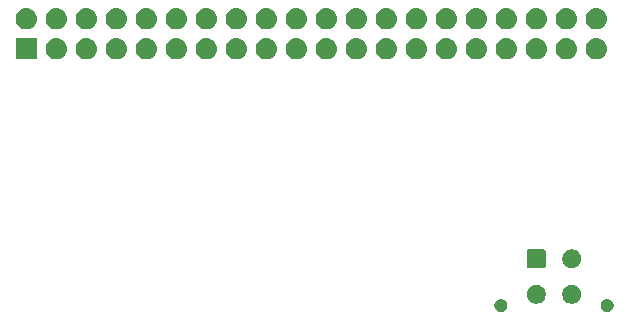
<source format=gbs>
G04 #@! TF.GenerationSoftware,KiCad,Pcbnew,(5.1.4-0-10_14)*
G04 #@! TF.CreationDate,2020-01-14T22:34:08-05:00*
G04 #@! TF.ProjectId,Charging_LCD_Display,43686172-6769-46e6-975f-4c43445f4469,rev?*
G04 #@! TF.SameCoordinates,Original*
G04 #@! TF.FileFunction,Soldermask,Bot*
G04 #@! TF.FilePolarity,Negative*
%FSLAX46Y46*%
G04 Gerber Fmt 4.6, Leading zero omitted, Abs format (unit mm)*
G04 Created by KiCad (PCBNEW (5.1.4-0-10_14)) date 2020-01-14 22:34:08*
%MOMM*%
%LPD*%
G04 APERTURE LIST*
%ADD10C,0.100000*%
G04 APERTURE END LIST*
D10*
G36*
X156020721Y-135236174D02*
G01*
X156120995Y-135277709D01*
X156120996Y-135277710D01*
X156211242Y-135338010D01*
X156287990Y-135414758D01*
X156287991Y-135414760D01*
X156348291Y-135505005D01*
X156389826Y-135605279D01*
X156411000Y-135711730D01*
X156411000Y-135820270D01*
X156389826Y-135926721D01*
X156348291Y-136026995D01*
X156348290Y-136026996D01*
X156287990Y-136117242D01*
X156211242Y-136193990D01*
X156165812Y-136224345D01*
X156120995Y-136254291D01*
X156020721Y-136295826D01*
X155914270Y-136317000D01*
X155805730Y-136317000D01*
X155699279Y-136295826D01*
X155599005Y-136254291D01*
X155554188Y-136224345D01*
X155508758Y-136193990D01*
X155432010Y-136117242D01*
X155371710Y-136026996D01*
X155371709Y-136026995D01*
X155330174Y-135926721D01*
X155309000Y-135820270D01*
X155309000Y-135711730D01*
X155330174Y-135605279D01*
X155371709Y-135505005D01*
X155432009Y-135414760D01*
X155432010Y-135414758D01*
X155508758Y-135338010D01*
X155599004Y-135277710D01*
X155599005Y-135277709D01*
X155699279Y-135236174D01*
X155805730Y-135215000D01*
X155914270Y-135215000D01*
X156020721Y-135236174D01*
X156020721Y-135236174D01*
G37*
G36*
X147020721Y-135236174D02*
G01*
X147120995Y-135277709D01*
X147120996Y-135277710D01*
X147211242Y-135338010D01*
X147287990Y-135414758D01*
X147287991Y-135414760D01*
X147348291Y-135505005D01*
X147389826Y-135605279D01*
X147411000Y-135711730D01*
X147411000Y-135820270D01*
X147389826Y-135926721D01*
X147348291Y-136026995D01*
X147348290Y-136026996D01*
X147287990Y-136117242D01*
X147211242Y-136193990D01*
X147165812Y-136224345D01*
X147120995Y-136254291D01*
X147020721Y-136295826D01*
X146914270Y-136317000D01*
X146805730Y-136317000D01*
X146699279Y-136295826D01*
X146599005Y-136254291D01*
X146554188Y-136224345D01*
X146508758Y-136193990D01*
X146432010Y-136117242D01*
X146371710Y-136026996D01*
X146371709Y-136026995D01*
X146330174Y-135926721D01*
X146309000Y-135820270D01*
X146309000Y-135711730D01*
X146330174Y-135605279D01*
X146371709Y-135505005D01*
X146432009Y-135414760D01*
X146432010Y-135414758D01*
X146508758Y-135338010D01*
X146599004Y-135277710D01*
X146599005Y-135277709D01*
X146699279Y-135236174D01*
X146805730Y-135215000D01*
X146914270Y-135215000D01*
X147020721Y-135236174D01*
X147020721Y-135236174D01*
G37*
G36*
X153093642Y-134055781D02*
G01*
X153239414Y-134116162D01*
X153239416Y-134116163D01*
X153370608Y-134203822D01*
X153482178Y-134315392D01*
X153569837Y-134446584D01*
X153569838Y-134446586D01*
X153630219Y-134592358D01*
X153661000Y-134747107D01*
X153661000Y-134904893D01*
X153630219Y-135059642D01*
X153569838Y-135205414D01*
X153569837Y-135205416D01*
X153482178Y-135336608D01*
X153370608Y-135448178D01*
X153239416Y-135535837D01*
X153239415Y-135535838D01*
X153239414Y-135535838D01*
X153093642Y-135596219D01*
X152938893Y-135627000D01*
X152781107Y-135627000D01*
X152626358Y-135596219D01*
X152480586Y-135535838D01*
X152480585Y-135535838D01*
X152480584Y-135535837D01*
X152349392Y-135448178D01*
X152237822Y-135336608D01*
X152150163Y-135205416D01*
X152150162Y-135205414D01*
X152089781Y-135059642D01*
X152059000Y-134904893D01*
X152059000Y-134747107D01*
X152089781Y-134592358D01*
X152150162Y-134446586D01*
X152150163Y-134446584D01*
X152237822Y-134315392D01*
X152349392Y-134203822D01*
X152480584Y-134116163D01*
X152480586Y-134116162D01*
X152626358Y-134055781D01*
X152781107Y-134025000D01*
X152938893Y-134025000D01*
X153093642Y-134055781D01*
X153093642Y-134055781D01*
G37*
G36*
X150093642Y-134055781D02*
G01*
X150239414Y-134116162D01*
X150239416Y-134116163D01*
X150370608Y-134203822D01*
X150482178Y-134315392D01*
X150569837Y-134446584D01*
X150569838Y-134446586D01*
X150630219Y-134592358D01*
X150661000Y-134747107D01*
X150661000Y-134904893D01*
X150630219Y-135059642D01*
X150569838Y-135205414D01*
X150569837Y-135205416D01*
X150482178Y-135336608D01*
X150370608Y-135448178D01*
X150239416Y-135535837D01*
X150239415Y-135535838D01*
X150239414Y-135535838D01*
X150093642Y-135596219D01*
X149938893Y-135627000D01*
X149781107Y-135627000D01*
X149626358Y-135596219D01*
X149480586Y-135535838D01*
X149480585Y-135535838D01*
X149480584Y-135535837D01*
X149349392Y-135448178D01*
X149237822Y-135336608D01*
X149150163Y-135205416D01*
X149150162Y-135205414D01*
X149089781Y-135059642D01*
X149059000Y-134904893D01*
X149059000Y-134747107D01*
X149089781Y-134592358D01*
X149150162Y-134446586D01*
X149150163Y-134446584D01*
X149237822Y-134315392D01*
X149349392Y-134203822D01*
X149480584Y-134116163D01*
X149480586Y-134116162D01*
X149626358Y-134055781D01*
X149781107Y-134025000D01*
X149938893Y-134025000D01*
X150093642Y-134055781D01*
X150093642Y-134055781D01*
G37*
G36*
X150513048Y-131029122D02*
G01*
X150547387Y-131039539D01*
X150579036Y-131056456D01*
X150606778Y-131079222D01*
X150629544Y-131106964D01*
X150646461Y-131138613D01*
X150656878Y-131172952D01*
X150661000Y-131214807D01*
X150661000Y-132437193D01*
X150656878Y-132479048D01*
X150646461Y-132513387D01*
X150629544Y-132545036D01*
X150606778Y-132572778D01*
X150579036Y-132595544D01*
X150547387Y-132612461D01*
X150513048Y-132622878D01*
X150471193Y-132627000D01*
X149248807Y-132627000D01*
X149206952Y-132622878D01*
X149172613Y-132612461D01*
X149140964Y-132595544D01*
X149113222Y-132572778D01*
X149090456Y-132545036D01*
X149073539Y-132513387D01*
X149063122Y-132479048D01*
X149059000Y-132437193D01*
X149059000Y-131214807D01*
X149063122Y-131172952D01*
X149073539Y-131138613D01*
X149090456Y-131106964D01*
X149113222Y-131079222D01*
X149140964Y-131056456D01*
X149172613Y-131039539D01*
X149206952Y-131029122D01*
X149248807Y-131025000D01*
X150471193Y-131025000D01*
X150513048Y-131029122D01*
X150513048Y-131029122D01*
G37*
G36*
X153093642Y-131055781D02*
G01*
X153217208Y-131106964D01*
X153239416Y-131116163D01*
X153370608Y-131203822D01*
X153482178Y-131315392D01*
X153569837Y-131446584D01*
X153569838Y-131446586D01*
X153630219Y-131592358D01*
X153661000Y-131747107D01*
X153661000Y-131904893D01*
X153630219Y-132059642D01*
X153569838Y-132205414D01*
X153569837Y-132205416D01*
X153482178Y-132336608D01*
X153370608Y-132448178D01*
X153239416Y-132535837D01*
X153239415Y-132535838D01*
X153239414Y-132535838D01*
X153093642Y-132596219D01*
X152938893Y-132627000D01*
X152781107Y-132627000D01*
X152626358Y-132596219D01*
X152480586Y-132535838D01*
X152480585Y-132535838D01*
X152480584Y-132535837D01*
X152349392Y-132448178D01*
X152237822Y-132336608D01*
X152150163Y-132205416D01*
X152150162Y-132205414D01*
X152089781Y-132059642D01*
X152059000Y-131904893D01*
X152059000Y-131747107D01*
X152089781Y-131592358D01*
X152150162Y-131446586D01*
X152150163Y-131446584D01*
X152237822Y-131315392D01*
X152349392Y-131203822D01*
X152480584Y-131116163D01*
X152502792Y-131106964D01*
X152626358Y-131055781D01*
X152781107Y-131025000D01*
X152938893Y-131025000D01*
X153093642Y-131055781D01*
X153093642Y-131055781D01*
G37*
G36*
X139810442Y-113151518D02*
G01*
X139876627Y-113158037D01*
X140046466Y-113209557D01*
X140202991Y-113293222D01*
X140238729Y-113322552D01*
X140340186Y-113405814D01*
X140423448Y-113507271D01*
X140452778Y-113543009D01*
X140536443Y-113699534D01*
X140587963Y-113869373D01*
X140605359Y-114046000D01*
X140587963Y-114222627D01*
X140536443Y-114392466D01*
X140452778Y-114548991D01*
X140423448Y-114584729D01*
X140340186Y-114686186D01*
X140238729Y-114769448D01*
X140202991Y-114798778D01*
X140046466Y-114882443D01*
X139876627Y-114933963D01*
X139810442Y-114940482D01*
X139744260Y-114947000D01*
X139655740Y-114947000D01*
X139589558Y-114940482D01*
X139523373Y-114933963D01*
X139353534Y-114882443D01*
X139197009Y-114798778D01*
X139161271Y-114769448D01*
X139059814Y-114686186D01*
X138976552Y-114584729D01*
X138947222Y-114548991D01*
X138863557Y-114392466D01*
X138812037Y-114222627D01*
X138794641Y-114046000D01*
X138812037Y-113869373D01*
X138863557Y-113699534D01*
X138947222Y-113543009D01*
X138976552Y-113507271D01*
X139059814Y-113405814D01*
X139161271Y-113322552D01*
X139197009Y-113293222D01*
X139353534Y-113209557D01*
X139523373Y-113158037D01*
X139589558Y-113151518D01*
X139655740Y-113145000D01*
X139744260Y-113145000D01*
X139810442Y-113151518D01*
X139810442Y-113151518D01*
G37*
G36*
X137270442Y-113151518D02*
G01*
X137336627Y-113158037D01*
X137506466Y-113209557D01*
X137662991Y-113293222D01*
X137698729Y-113322552D01*
X137800186Y-113405814D01*
X137883448Y-113507271D01*
X137912778Y-113543009D01*
X137996443Y-113699534D01*
X138047963Y-113869373D01*
X138065359Y-114046000D01*
X138047963Y-114222627D01*
X137996443Y-114392466D01*
X137912778Y-114548991D01*
X137883448Y-114584729D01*
X137800186Y-114686186D01*
X137698729Y-114769448D01*
X137662991Y-114798778D01*
X137506466Y-114882443D01*
X137336627Y-114933963D01*
X137270442Y-114940482D01*
X137204260Y-114947000D01*
X137115740Y-114947000D01*
X137049558Y-114940482D01*
X136983373Y-114933963D01*
X136813534Y-114882443D01*
X136657009Y-114798778D01*
X136621271Y-114769448D01*
X136519814Y-114686186D01*
X136436552Y-114584729D01*
X136407222Y-114548991D01*
X136323557Y-114392466D01*
X136272037Y-114222627D01*
X136254641Y-114046000D01*
X136272037Y-113869373D01*
X136323557Y-113699534D01*
X136407222Y-113543009D01*
X136436552Y-113507271D01*
X136519814Y-113405814D01*
X136621271Y-113322552D01*
X136657009Y-113293222D01*
X136813534Y-113209557D01*
X136983373Y-113158037D01*
X137049558Y-113151518D01*
X137115740Y-113145000D01*
X137204260Y-113145000D01*
X137270442Y-113151518D01*
X137270442Y-113151518D01*
G37*
G36*
X134730442Y-113151518D02*
G01*
X134796627Y-113158037D01*
X134966466Y-113209557D01*
X135122991Y-113293222D01*
X135158729Y-113322552D01*
X135260186Y-113405814D01*
X135343448Y-113507271D01*
X135372778Y-113543009D01*
X135456443Y-113699534D01*
X135507963Y-113869373D01*
X135525359Y-114046000D01*
X135507963Y-114222627D01*
X135456443Y-114392466D01*
X135372778Y-114548991D01*
X135343448Y-114584729D01*
X135260186Y-114686186D01*
X135158729Y-114769448D01*
X135122991Y-114798778D01*
X134966466Y-114882443D01*
X134796627Y-114933963D01*
X134730442Y-114940482D01*
X134664260Y-114947000D01*
X134575740Y-114947000D01*
X134509558Y-114940482D01*
X134443373Y-114933963D01*
X134273534Y-114882443D01*
X134117009Y-114798778D01*
X134081271Y-114769448D01*
X133979814Y-114686186D01*
X133896552Y-114584729D01*
X133867222Y-114548991D01*
X133783557Y-114392466D01*
X133732037Y-114222627D01*
X133714641Y-114046000D01*
X133732037Y-113869373D01*
X133783557Y-113699534D01*
X133867222Y-113543009D01*
X133896552Y-113507271D01*
X133979814Y-113405814D01*
X134081271Y-113322552D01*
X134117009Y-113293222D01*
X134273534Y-113209557D01*
X134443373Y-113158037D01*
X134509558Y-113151518D01*
X134575740Y-113145000D01*
X134664260Y-113145000D01*
X134730442Y-113151518D01*
X134730442Y-113151518D01*
G37*
G36*
X132190442Y-113151518D02*
G01*
X132256627Y-113158037D01*
X132426466Y-113209557D01*
X132582991Y-113293222D01*
X132618729Y-113322552D01*
X132720186Y-113405814D01*
X132803448Y-113507271D01*
X132832778Y-113543009D01*
X132916443Y-113699534D01*
X132967963Y-113869373D01*
X132985359Y-114046000D01*
X132967963Y-114222627D01*
X132916443Y-114392466D01*
X132832778Y-114548991D01*
X132803448Y-114584729D01*
X132720186Y-114686186D01*
X132618729Y-114769448D01*
X132582991Y-114798778D01*
X132426466Y-114882443D01*
X132256627Y-114933963D01*
X132190442Y-114940482D01*
X132124260Y-114947000D01*
X132035740Y-114947000D01*
X131969558Y-114940482D01*
X131903373Y-114933963D01*
X131733534Y-114882443D01*
X131577009Y-114798778D01*
X131541271Y-114769448D01*
X131439814Y-114686186D01*
X131356552Y-114584729D01*
X131327222Y-114548991D01*
X131243557Y-114392466D01*
X131192037Y-114222627D01*
X131174641Y-114046000D01*
X131192037Y-113869373D01*
X131243557Y-113699534D01*
X131327222Y-113543009D01*
X131356552Y-113507271D01*
X131439814Y-113405814D01*
X131541271Y-113322552D01*
X131577009Y-113293222D01*
X131733534Y-113209557D01*
X131903373Y-113158037D01*
X131969558Y-113151518D01*
X132035740Y-113145000D01*
X132124260Y-113145000D01*
X132190442Y-113151518D01*
X132190442Y-113151518D01*
G37*
G36*
X129650442Y-113151518D02*
G01*
X129716627Y-113158037D01*
X129886466Y-113209557D01*
X130042991Y-113293222D01*
X130078729Y-113322552D01*
X130180186Y-113405814D01*
X130263448Y-113507271D01*
X130292778Y-113543009D01*
X130376443Y-113699534D01*
X130427963Y-113869373D01*
X130445359Y-114046000D01*
X130427963Y-114222627D01*
X130376443Y-114392466D01*
X130292778Y-114548991D01*
X130263448Y-114584729D01*
X130180186Y-114686186D01*
X130078729Y-114769448D01*
X130042991Y-114798778D01*
X129886466Y-114882443D01*
X129716627Y-114933963D01*
X129650442Y-114940482D01*
X129584260Y-114947000D01*
X129495740Y-114947000D01*
X129429558Y-114940482D01*
X129363373Y-114933963D01*
X129193534Y-114882443D01*
X129037009Y-114798778D01*
X129001271Y-114769448D01*
X128899814Y-114686186D01*
X128816552Y-114584729D01*
X128787222Y-114548991D01*
X128703557Y-114392466D01*
X128652037Y-114222627D01*
X128634641Y-114046000D01*
X128652037Y-113869373D01*
X128703557Y-113699534D01*
X128787222Y-113543009D01*
X128816552Y-113507271D01*
X128899814Y-113405814D01*
X129001271Y-113322552D01*
X129037009Y-113293222D01*
X129193534Y-113209557D01*
X129363373Y-113158037D01*
X129429558Y-113151518D01*
X129495740Y-113145000D01*
X129584260Y-113145000D01*
X129650442Y-113151518D01*
X129650442Y-113151518D01*
G37*
G36*
X127110442Y-113151518D02*
G01*
X127176627Y-113158037D01*
X127346466Y-113209557D01*
X127502991Y-113293222D01*
X127538729Y-113322552D01*
X127640186Y-113405814D01*
X127723448Y-113507271D01*
X127752778Y-113543009D01*
X127836443Y-113699534D01*
X127887963Y-113869373D01*
X127905359Y-114046000D01*
X127887963Y-114222627D01*
X127836443Y-114392466D01*
X127752778Y-114548991D01*
X127723448Y-114584729D01*
X127640186Y-114686186D01*
X127538729Y-114769448D01*
X127502991Y-114798778D01*
X127346466Y-114882443D01*
X127176627Y-114933963D01*
X127110442Y-114940482D01*
X127044260Y-114947000D01*
X126955740Y-114947000D01*
X126889558Y-114940482D01*
X126823373Y-114933963D01*
X126653534Y-114882443D01*
X126497009Y-114798778D01*
X126461271Y-114769448D01*
X126359814Y-114686186D01*
X126276552Y-114584729D01*
X126247222Y-114548991D01*
X126163557Y-114392466D01*
X126112037Y-114222627D01*
X126094641Y-114046000D01*
X126112037Y-113869373D01*
X126163557Y-113699534D01*
X126247222Y-113543009D01*
X126276552Y-113507271D01*
X126359814Y-113405814D01*
X126461271Y-113322552D01*
X126497009Y-113293222D01*
X126653534Y-113209557D01*
X126823373Y-113158037D01*
X126889558Y-113151518D01*
X126955740Y-113145000D01*
X127044260Y-113145000D01*
X127110442Y-113151518D01*
X127110442Y-113151518D01*
G37*
G36*
X124570442Y-113151518D02*
G01*
X124636627Y-113158037D01*
X124806466Y-113209557D01*
X124962991Y-113293222D01*
X124998729Y-113322552D01*
X125100186Y-113405814D01*
X125183448Y-113507271D01*
X125212778Y-113543009D01*
X125296443Y-113699534D01*
X125347963Y-113869373D01*
X125365359Y-114046000D01*
X125347963Y-114222627D01*
X125296443Y-114392466D01*
X125212778Y-114548991D01*
X125183448Y-114584729D01*
X125100186Y-114686186D01*
X124998729Y-114769448D01*
X124962991Y-114798778D01*
X124806466Y-114882443D01*
X124636627Y-114933963D01*
X124570442Y-114940482D01*
X124504260Y-114947000D01*
X124415740Y-114947000D01*
X124349558Y-114940482D01*
X124283373Y-114933963D01*
X124113534Y-114882443D01*
X123957009Y-114798778D01*
X123921271Y-114769448D01*
X123819814Y-114686186D01*
X123736552Y-114584729D01*
X123707222Y-114548991D01*
X123623557Y-114392466D01*
X123572037Y-114222627D01*
X123554641Y-114046000D01*
X123572037Y-113869373D01*
X123623557Y-113699534D01*
X123707222Y-113543009D01*
X123736552Y-113507271D01*
X123819814Y-113405814D01*
X123921271Y-113322552D01*
X123957009Y-113293222D01*
X124113534Y-113209557D01*
X124283373Y-113158037D01*
X124349558Y-113151518D01*
X124415740Y-113145000D01*
X124504260Y-113145000D01*
X124570442Y-113151518D01*
X124570442Y-113151518D01*
G37*
G36*
X122030442Y-113151518D02*
G01*
X122096627Y-113158037D01*
X122266466Y-113209557D01*
X122422991Y-113293222D01*
X122458729Y-113322552D01*
X122560186Y-113405814D01*
X122643448Y-113507271D01*
X122672778Y-113543009D01*
X122756443Y-113699534D01*
X122807963Y-113869373D01*
X122825359Y-114046000D01*
X122807963Y-114222627D01*
X122756443Y-114392466D01*
X122672778Y-114548991D01*
X122643448Y-114584729D01*
X122560186Y-114686186D01*
X122458729Y-114769448D01*
X122422991Y-114798778D01*
X122266466Y-114882443D01*
X122096627Y-114933963D01*
X122030442Y-114940482D01*
X121964260Y-114947000D01*
X121875740Y-114947000D01*
X121809558Y-114940482D01*
X121743373Y-114933963D01*
X121573534Y-114882443D01*
X121417009Y-114798778D01*
X121381271Y-114769448D01*
X121279814Y-114686186D01*
X121196552Y-114584729D01*
X121167222Y-114548991D01*
X121083557Y-114392466D01*
X121032037Y-114222627D01*
X121014641Y-114046000D01*
X121032037Y-113869373D01*
X121083557Y-113699534D01*
X121167222Y-113543009D01*
X121196552Y-113507271D01*
X121279814Y-113405814D01*
X121381271Y-113322552D01*
X121417009Y-113293222D01*
X121573534Y-113209557D01*
X121743373Y-113158037D01*
X121809558Y-113151518D01*
X121875740Y-113145000D01*
X121964260Y-113145000D01*
X122030442Y-113151518D01*
X122030442Y-113151518D01*
G37*
G36*
X119490442Y-113151518D02*
G01*
X119556627Y-113158037D01*
X119726466Y-113209557D01*
X119882991Y-113293222D01*
X119918729Y-113322552D01*
X120020186Y-113405814D01*
X120103448Y-113507271D01*
X120132778Y-113543009D01*
X120216443Y-113699534D01*
X120267963Y-113869373D01*
X120285359Y-114046000D01*
X120267963Y-114222627D01*
X120216443Y-114392466D01*
X120132778Y-114548991D01*
X120103448Y-114584729D01*
X120020186Y-114686186D01*
X119918729Y-114769448D01*
X119882991Y-114798778D01*
X119726466Y-114882443D01*
X119556627Y-114933963D01*
X119490442Y-114940482D01*
X119424260Y-114947000D01*
X119335740Y-114947000D01*
X119269558Y-114940482D01*
X119203373Y-114933963D01*
X119033534Y-114882443D01*
X118877009Y-114798778D01*
X118841271Y-114769448D01*
X118739814Y-114686186D01*
X118656552Y-114584729D01*
X118627222Y-114548991D01*
X118543557Y-114392466D01*
X118492037Y-114222627D01*
X118474641Y-114046000D01*
X118492037Y-113869373D01*
X118543557Y-113699534D01*
X118627222Y-113543009D01*
X118656552Y-113507271D01*
X118739814Y-113405814D01*
X118841271Y-113322552D01*
X118877009Y-113293222D01*
X119033534Y-113209557D01*
X119203373Y-113158037D01*
X119269558Y-113151518D01*
X119335740Y-113145000D01*
X119424260Y-113145000D01*
X119490442Y-113151518D01*
X119490442Y-113151518D01*
G37*
G36*
X116950442Y-113151518D02*
G01*
X117016627Y-113158037D01*
X117186466Y-113209557D01*
X117342991Y-113293222D01*
X117378729Y-113322552D01*
X117480186Y-113405814D01*
X117563448Y-113507271D01*
X117592778Y-113543009D01*
X117676443Y-113699534D01*
X117727963Y-113869373D01*
X117745359Y-114046000D01*
X117727963Y-114222627D01*
X117676443Y-114392466D01*
X117592778Y-114548991D01*
X117563448Y-114584729D01*
X117480186Y-114686186D01*
X117378729Y-114769448D01*
X117342991Y-114798778D01*
X117186466Y-114882443D01*
X117016627Y-114933963D01*
X116950442Y-114940482D01*
X116884260Y-114947000D01*
X116795740Y-114947000D01*
X116729558Y-114940482D01*
X116663373Y-114933963D01*
X116493534Y-114882443D01*
X116337009Y-114798778D01*
X116301271Y-114769448D01*
X116199814Y-114686186D01*
X116116552Y-114584729D01*
X116087222Y-114548991D01*
X116003557Y-114392466D01*
X115952037Y-114222627D01*
X115934641Y-114046000D01*
X115952037Y-113869373D01*
X116003557Y-113699534D01*
X116087222Y-113543009D01*
X116116552Y-113507271D01*
X116199814Y-113405814D01*
X116301271Y-113322552D01*
X116337009Y-113293222D01*
X116493534Y-113209557D01*
X116663373Y-113158037D01*
X116729558Y-113151518D01*
X116795740Y-113145000D01*
X116884260Y-113145000D01*
X116950442Y-113151518D01*
X116950442Y-113151518D01*
G37*
G36*
X114410442Y-113151518D02*
G01*
X114476627Y-113158037D01*
X114646466Y-113209557D01*
X114802991Y-113293222D01*
X114838729Y-113322552D01*
X114940186Y-113405814D01*
X115023448Y-113507271D01*
X115052778Y-113543009D01*
X115136443Y-113699534D01*
X115187963Y-113869373D01*
X115205359Y-114046000D01*
X115187963Y-114222627D01*
X115136443Y-114392466D01*
X115052778Y-114548991D01*
X115023448Y-114584729D01*
X114940186Y-114686186D01*
X114838729Y-114769448D01*
X114802991Y-114798778D01*
X114646466Y-114882443D01*
X114476627Y-114933963D01*
X114410442Y-114940482D01*
X114344260Y-114947000D01*
X114255740Y-114947000D01*
X114189558Y-114940482D01*
X114123373Y-114933963D01*
X113953534Y-114882443D01*
X113797009Y-114798778D01*
X113761271Y-114769448D01*
X113659814Y-114686186D01*
X113576552Y-114584729D01*
X113547222Y-114548991D01*
X113463557Y-114392466D01*
X113412037Y-114222627D01*
X113394641Y-114046000D01*
X113412037Y-113869373D01*
X113463557Y-113699534D01*
X113547222Y-113543009D01*
X113576552Y-113507271D01*
X113659814Y-113405814D01*
X113761271Y-113322552D01*
X113797009Y-113293222D01*
X113953534Y-113209557D01*
X114123373Y-113158037D01*
X114189558Y-113151518D01*
X114255740Y-113145000D01*
X114344260Y-113145000D01*
X114410442Y-113151518D01*
X114410442Y-113151518D01*
G37*
G36*
X111870442Y-113151518D02*
G01*
X111936627Y-113158037D01*
X112106466Y-113209557D01*
X112262991Y-113293222D01*
X112298729Y-113322552D01*
X112400186Y-113405814D01*
X112483448Y-113507271D01*
X112512778Y-113543009D01*
X112596443Y-113699534D01*
X112647963Y-113869373D01*
X112665359Y-114046000D01*
X112647963Y-114222627D01*
X112596443Y-114392466D01*
X112512778Y-114548991D01*
X112483448Y-114584729D01*
X112400186Y-114686186D01*
X112298729Y-114769448D01*
X112262991Y-114798778D01*
X112106466Y-114882443D01*
X111936627Y-114933963D01*
X111870442Y-114940482D01*
X111804260Y-114947000D01*
X111715740Y-114947000D01*
X111649558Y-114940482D01*
X111583373Y-114933963D01*
X111413534Y-114882443D01*
X111257009Y-114798778D01*
X111221271Y-114769448D01*
X111119814Y-114686186D01*
X111036552Y-114584729D01*
X111007222Y-114548991D01*
X110923557Y-114392466D01*
X110872037Y-114222627D01*
X110854641Y-114046000D01*
X110872037Y-113869373D01*
X110923557Y-113699534D01*
X111007222Y-113543009D01*
X111036552Y-113507271D01*
X111119814Y-113405814D01*
X111221271Y-113322552D01*
X111257009Y-113293222D01*
X111413534Y-113209557D01*
X111583373Y-113158037D01*
X111649558Y-113151518D01*
X111715740Y-113145000D01*
X111804260Y-113145000D01*
X111870442Y-113151518D01*
X111870442Y-113151518D01*
G37*
G36*
X109330442Y-113151518D02*
G01*
X109396627Y-113158037D01*
X109566466Y-113209557D01*
X109722991Y-113293222D01*
X109758729Y-113322552D01*
X109860186Y-113405814D01*
X109943448Y-113507271D01*
X109972778Y-113543009D01*
X110056443Y-113699534D01*
X110107963Y-113869373D01*
X110125359Y-114046000D01*
X110107963Y-114222627D01*
X110056443Y-114392466D01*
X109972778Y-114548991D01*
X109943448Y-114584729D01*
X109860186Y-114686186D01*
X109758729Y-114769448D01*
X109722991Y-114798778D01*
X109566466Y-114882443D01*
X109396627Y-114933963D01*
X109330442Y-114940482D01*
X109264260Y-114947000D01*
X109175740Y-114947000D01*
X109109558Y-114940482D01*
X109043373Y-114933963D01*
X108873534Y-114882443D01*
X108717009Y-114798778D01*
X108681271Y-114769448D01*
X108579814Y-114686186D01*
X108496552Y-114584729D01*
X108467222Y-114548991D01*
X108383557Y-114392466D01*
X108332037Y-114222627D01*
X108314641Y-114046000D01*
X108332037Y-113869373D01*
X108383557Y-113699534D01*
X108467222Y-113543009D01*
X108496552Y-113507271D01*
X108579814Y-113405814D01*
X108681271Y-113322552D01*
X108717009Y-113293222D01*
X108873534Y-113209557D01*
X109043373Y-113158037D01*
X109109558Y-113151518D01*
X109175740Y-113145000D01*
X109264260Y-113145000D01*
X109330442Y-113151518D01*
X109330442Y-113151518D01*
G37*
G36*
X107581000Y-114947000D02*
G01*
X105779000Y-114947000D01*
X105779000Y-113145000D01*
X107581000Y-113145000D01*
X107581000Y-114947000D01*
X107581000Y-114947000D01*
G37*
G36*
X155050442Y-113151518D02*
G01*
X155116627Y-113158037D01*
X155286466Y-113209557D01*
X155442991Y-113293222D01*
X155478729Y-113322552D01*
X155580186Y-113405814D01*
X155663448Y-113507271D01*
X155692778Y-113543009D01*
X155776443Y-113699534D01*
X155827963Y-113869373D01*
X155845359Y-114046000D01*
X155827963Y-114222627D01*
X155776443Y-114392466D01*
X155692778Y-114548991D01*
X155663448Y-114584729D01*
X155580186Y-114686186D01*
X155478729Y-114769448D01*
X155442991Y-114798778D01*
X155286466Y-114882443D01*
X155116627Y-114933963D01*
X155050442Y-114940482D01*
X154984260Y-114947000D01*
X154895740Y-114947000D01*
X154829558Y-114940482D01*
X154763373Y-114933963D01*
X154593534Y-114882443D01*
X154437009Y-114798778D01*
X154401271Y-114769448D01*
X154299814Y-114686186D01*
X154216552Y-114584729D01*
X154187222Y-114548991D01*
X154103557Y-114392466D01*
X154052037Y-114222627D01*
X154034641Y-114046000D01*
X154052037Y-113869373D01*
X154103557Y-113699534D01*
X154187222Y-113543009D01*
X154216552Y-113507271D01*
X154299814Y-113405814D01*
X154401271Y-113322552D01*
X154437009Y-113293222D01*
X154593534Y-113209557D01*
X154763373Y-113158037D01*
X154829558Y-113151518D01*
X154895740Y-113145000D01*
X154984260Y-113145000D01*
X155050442Y-113151518D01*
X155050442Y-113151518D01*
G37*
G36*
X152510442Y-113151518D02*
G01*
X152576627Y-113158037D01*
X152746466Y-113209557D01*
X152902991Y-113293222D01*
X152938729Y-113322552D01*
X153040186Y-113405814D01*
X153123448Y-113507271D01*
X153152778Y-113543009D01*
X153236443Y-113699534D01*
X153287963Y-113869373D01*
X153305359Y-114046000D01*
X153287963Y-114222627D01*
X153236443Y-114392466D01*
X153152778Y-114548991D01*
X153123448Y-114584729D01*
X153040186Y-114686186D01*
X152938729Y-114769448D01*
X152902991Y-114798778D01*
X152746466Y-114882443D01*
X152576627Y-114933963D01*
X152510442Y-114940482D01*
X152444260Y-114947000D01*
X152355740Y-114947000D01*
X152289558Y-114940482D01*
X152223373Y-114933963D01*
X152053534Y-114882443D01*
X151897009Y-114798778D01*
X151861271Y-114769448D01*
X151759814Y-114686186D01*
X151676552Y-114584729D01*
X151647222Y-114548991D01*
X151563557Y-114392466D01*
X151512037Y-114222627D01*
X151494641Y-114046000D01*
X151512037Y-113869373D01*
X151563557Y-113699534D01*
X151647222Y-113543009D01*
X151676552Y-113507271D01*
X151759814Y-113405814D01*
X151861271Y-113322552D01*
X151897009Y-113293222D01*
X152053534Y-113209557D01*
X152223373Y-113158037D01*
X152289558Y-113151518D01*
X152355740Y-113145000D01*
X152444260Y-113145000D01*
X152510442Y-113151518D01*
X152510442Y-113151518D01*
G37*
G36*
X149970442Y-113151518D02*
G01*
X150036627Y-113158037D01*
X150206466Y-113209557D01*
X150362991Y-113293222D01*
X150398729Y-113322552D01*
X150500186Y-113405814D01*
X150583448Y-113507271D01*
X150612778Y-113543009D01*
X150696443Y-113699534D01*
X150747963Y-113869373D01*
X150765359Y-114046000D01*
X150747963Y-114222627D01*
X150696443Y-114392466D01*
X150612778Y-114548991D01*
X150583448Y-114584729D01*
X150500186Y-114686186D01*
X150398729Y-114769448D01*
X150362991Y-114798778D01*
X150206466Y-114882443D01*
X150036627Y-114933963D01*
X149970442Y-114940482D01*
X149904260Y-114947000D01*
X149815740Y-114947000D01*
X149749558Y-114940482D01*
X149683373Y-114933963D01*
X149513534Y-114882443D01*
X149357009Y-114798778D01*
X149321271Y-114769448D01*
X149219814Y-114686186D01*
X149136552Y-114584729D01*
X149107222Y-114548991D01*
X149023557Y-114392466D01*
X148972037Y-114222627D01*
X148954641Y-114046000D01*
X148972037Y-113869373D01*
X149023557Y-113699534D01*
X149107222Y-113543009D01*
X149136552Y-113507271D01*
X149219814Y-113405814D01*
X149321271Y-113322552D01*
X149357009Y-113293222D01*
X149513534Y-113209557D01*
X149683373Y-113158037D01*
X149749558Y-113151518D01*
X149815740Y-113145000D01*
X149904260Y-113145000D01*
X149970442Y-113151518D01*
X149970442Y-113151518D01*
G37*
G36*
X147430442Y-113151518D02*
G01*
X147496627Y-113158037D01*
X147666466Y-113209557D01*
X147822991Y-113293222D01*
X147858729Y-113322552D01*
X147960186Y-113405814D01*
X148043448Y-113507271D01*
X148072778Y-113543009D01*
X148156443Y-113699534D01*
X148207963Y-113869373D01*
X148225359Y-114046000D01*
X148207963Y-114222627D01*
X148156443Y-114392466D01*
X148072778Y-114548991D01*
X148043448Y-114584729D01*
X147960186Y-114686186D01*
X147858729Y-114769448D01*
X147822991Y-114798778D01*
X147666466Y-114882443D01*
X147496627Y-114933963D01*
X147430442Y-114940482D01*
X147364260Y-114947000D01*
X147275740Y-114947000D01*
X147209558Y-114940482D01*
X147143373Y-114933963D01*
X146973534Y-114882443D01*
X146817009Y-114798778D01*
X146781271Y-114769448D01*
X146679814Y-114686186D01*
X146596552Y-114584729D01*
X146567222Y-114548991D01*
X146483557Y-114392466D01*
X146432037Y-114222627D01*
X146414641Y-114046000D01*
X146432037Y-113869373D01*
X146483557Y-113699534D01*
X146567222Y-113543009D01*
X146596552Y-113507271D01*
X146679814Y-113405814D01*
X146781271Y-113322552D01*
X146817009Y-113293222D01*
X146973534Y-113209557D01*
X147143373Y-113158037D01*
X147209558Y-113151518D01*
X147275740Y-113145000D01*
X147364260Y-113145000D01*
X147430442Y-113151518D01*
X147430442Y-113151518D01*
G37*
G36*
X144890442Y-113151518D02*
G01*
X144956627Y-113158037D01*
X145126466Y-113209557D01*
X145282991Y-113293222D01*
X145318729Y-113322552D01*
X145420186Y-113405814D01*
X145503448Y-113507271D01*
X145532778Y-113543009D01*
X145616443Y-113699534D01*
X145667963Y-113869373D01*
X145685359Y-114046000D01*
X145667963Y-114222627D01*
X145616443Y-114392466D01*
X145532778Y-114548991D01*
X145503448Y-114584729D01*
X145420186Y-114686186D01*
X145318729Y-114769448D01*
X145282991Y-114798778D01*
X145126466Y-114882443D01*
X144956627Y-114933963D01*
X144890442Y-114940482D01*
X144824260Y-114947000D01*
X144735740Y-114947000D01*
X144669558Y-114940482D01*
X144603373Y-114933963D01*
X144433534Y-114882443D01*
X144277009Y-114798778D01*
X144241271Y-114769448D01*
X144139814Y-114686186D01*
X144056552Y-114584729D01*
X144027222Y-114548991D01*
X143943557Y-114392466D01*
X143892037Y-114222627D01*
X143874641Y-114046000D01*
X143892037Y-113869373D01*
X143943557Y-113699534D01*
X144027222Y-113543009D01*
X144056552Y-113507271D01*
X144139814Y-113405814D01*
X144241271Y-113322552D01*
X144277009Y-113293222D01*
X144433534Y-113209557D01*
X144603373Y-113158037D01*
X144669558Y-113151518D01*
X144735740Y-113145000D01*
X144824260Y-113145000D01*
X144890442Y-113151518D01*
X144890442Y-113151518D01*
G37*
G36*
X142350442Y-113151518D02*
G01*
X142416627Y-113158037D01*
X142586466Y-113209557D01*
X142742991Y-113293222D01*
X142778729Y-113322552D01*
X142880186Y-113405814D01*
X142963448Y-113507271D01*
X142992778Y-113543009D01*
X143076443Y-113699534D01*
X143127963Y-113869373D01*
X143145359Y-114046000D01*
X143127963Y-114222627D01*
X143076443Y-114392466D01*
X142992778Y-114548991D01*
X142963448Y-114584729D01*
X142880186Y-114686186D01*
X142778729Y-114769448D01*
X142742991Y-114798778D01*
X142586466Y-114882443D01*
X142416627Y-114933963D01*
X142350442Y-114940482D01*
X142284260Y-114947000D01*
X142195740Y-114947000D01*
X142129558Y-114940482D01*
X142063373Y-114933963D01*
X141893534Y-114882443D01*
X141737009Y-114798778D01*
X141701271Y-114769448D01*
X141599814Y-114686186D01*
X141516552Y-114584729D01*
X141487222Y-114548991D01*
X141403557Y-114392466D01*
X141352037Y-114222627D01*
X141334641Y-114046000D01*
X141352037Y-113869373D01*
X141403557Y-113699534D01*
X141487222Y-113543009D01*
X141516552Y-113507271D01*
X141599814Y-113405814D01*
X141701271Y-113322552D01*
X141737009Y-113293222D01*
X141893534Y-113209557D01*
X142063373Y-113158037D01*
X142129558Y-113151518D01*
X142195740Y-113145000D01*
X142284260Y-113145000D01*
X142350442Y-113151518D01*
X142350442Y-113151518D01*
G37*
G36*
X111870443Y-110611519D02*
G01*
X111936627Y-110618037D01*
X112106466Y-110669557D01*
X112262991Y-110753222D01*
X112298729Y-110782552D01*
X112400186Y-110865814D01*
X112483448Y-110967271D01*
X112512778Y-111003009D01*
X112596443Y-111159534D01*
X112647963Y-111329373D01*
X112665359Y-111506000D01*
X112647963Y-111682627D01*
X112596443Y-111852466D01*
X112512778Y-112008991D01*
X112483448Y-112044729D01*
X112400186Y-112146186D01*
X112298729Y-112229448D01*
X112262991Y-112258778D01*
X112106466Y-112342443D01*
X111936627Y-112393963D01*
X111870443Y-112400481D01*
X111804260Y-112407000D01*
X111715740Y-112407000D01*
X111649557Y-112400481D01*
X111583373Y-112393963D01*
X111413534Y-112342443D01*
X111257009Y-112258778D01*
X111221271Y-112229448D01*
X111119814Y-112146186D01*
X111036552Y-112044729D01*
X111007222Y-112008991D01*
X110923557Y-111852466D01*
X110872037Y-111682627D01*
X110854641Y-111506000D01*
X110872037Y-111329373D01*
X110923557Y-111159534D01*
X111007222Y-111003009D01*
X111036552Y-110967271D01*
X111119814Y-110865814D01*
X111221271Y-110782552D01*
X111257009Y-110753222D01*
X111413534Y-110669557D01*
X111583373Y-110618037D01*
X111649557Y-110611519D01*
X111715740Y-110605000D01*
X111804260Y-110605000D01*
X111870443Y-110611519D01*
X111870443Y-110611519D01*
G37*
G36*
X114410443Y-110611519D02*
G01*
X114476627Y-110618037D01*
X114646466Y-110669557D01*
X114802991Y-110753222D01*
X114838729Y-110782552D01*
X114940186Y-110865814D01*
X115023448Y-110967271D01*
X115052778Y-111003009D01*
X115136443Y-111159534D01*
X115187963Y-111329373D01*
X115205359Y-111506000D01*
X115187963Y-111682627D01*
X115136443Y-111852466D01*
X115052778Y-112008991D01*
X115023448Y-112044729D01*
X114940186Y-112146186D01*
X114838729Y-112229448D01*
X114802991Y-112258778D01*
X114646466Y-112342443D01*
X114476627Y-112393963D01*
X114410443Y-112400481D01*
X114344260Y-112407000D01*
X114255740Y-112407000D01*
X114189557Y-112400481D01*
X114123373Y-112393963D01*
X113953534Y-112342443D01*
X113797009Y-112258778D01*
X113761271Y-112229448D01*
X113659814Y-112146186D01*
X113576552Y-112044729D01*
X113547222Y-112008991D01*
X113463557Y-111852466D01*
X113412037Y-111682627D01*
X113394641Y-111506000D01*
X113412037Y-111329373D01*
X113463557Y-111159534D01*
X113547222Y-111003009D01*
X113576552Y-110967271D01*
X113659814Y-110865814D01*
X113761271Y-110782552D01*
X113797009Y-110753222D01*
X113953534Y-110669557D01*
X114123373Y-110618037D01*
X114189557Y-110611519D01*
X114255740Y-110605000D01*
X114344260Y-110605000D01*
X114410443Y-110611519D01*
X114410443Y-110611519D01*
G37*
G36*
X109330443Y-110611519D02*
G01*
X109396627Y-110618037D01*
X109566466Y-110669557D01*
X109722991Y-110753222D01*
X109758729Y-110782552D01*
X109860186Y-110865814D01*
X109943448Y-110967271D01*
X109972778Y-111003009D01*
X110056443Y-111159534D01*
X110107963Y-111329373D01*
X110125359Y-111506000D01*
X110107963Y-111682627D01*
X110056443Y-111852466D01*
X109972778Y-112008991D01*
X109943448Y-112044729D01*
X109860186Y-112146186D01*
X109758729Y-112229448D01*
X109722991Y-112258778D01*
X109566466Y-112342443D01*
X109396627Y-112393963D01*
X109330443Y-112400481D01*
X109264260Y-112407000D01*
X109175740Y-112407000D01*
X109109557Y-112400481D01*
X109043373Y-112393963D01*
X108873534Y-112342443D01*
X108717009Y-112258778D01*
X108681271Y-112229448D01*
X108579814Y-112146186D01*
X108496552Y-112044729D01*
X108467222Y-112008991D01*
X108383557Y-111852466D01*
X108332037Y-111682627D01*
X108314641Y-111506000D01*
X108332037Y-111329373D01*
X108383557Y-111159534D01*
X108467222Y-111003009D01*
X108496552Y-110967271D01*
X108579814Y-110865814D01*
X108681271Y-110782552D01*
X108717009Y-110753222D01*
X108873534Y-110669557D01*
X109043373Y-110618037D01*
X109109557Y-110611519D01*
X109175740Y-110605000D01*
X109264260Y-110605000D01*
X109330443Y-110611519D01*
X109330443Y-110611519D01*
G37*
G36*
X116950443Y-110611519D02*
G01*
X117016627Y-110618037D01*
X117186466Y-110669557D01*
X117342991Y-110753222D01*
X117378729Y-110782552D01*
X117480186Y-110865814D01*
X117563448Y-110967271D01*
X117592778Y-111003009D01*
X117676443Y-111159534D01*
X117727963Y-111329373D01*
X117745359Y-111506000D01*
X117727963Y-111682627D01*
X117676443Y-111852466D01*
X117592778Y-112008991D01*
X117563448Y-112044729D01*
X117480186Y-112146186D01*
X117378729Y-112229448D01*
X117342991Y-112258778D01*
X117186466Y-112342443D01*
X117016627Y-112393963D01*
X116950443Y-112400481D01*
X116884260Y-112407000D01*
X116795740Y-112407000D01*
X116729557Y-112400481D01*
X116663373Y-112393963D01*
X116493534Y-112342443D01*
X116337009Y-112258778D01*
X116301271Y-112229448D01*
X116199814Y-112146186D01*
X116116552Y-112044729D01*
X116087222Y-112008991D01*
X116003557Y-111852466D01*
X115952037Y-111682627D01*
X115934641Y-111506000D01*
X115952037Y-111329373D01*
X116003557Y-111159534D01*
X116087222Y-111003009D01*
X116116552Y-110967271D01*
X116199814Y-110865814D01*
X116301271Y-110782552D01*
X116337009Y-110753222D01*
X116493534Y-110669557D01*
X116663373Y-110618037D01*
X116729557Y-110611519D01*
X116795740Y-110605000D01*
X116884260Y-110605000D01*
X116950443Y-110611519D01*
X116950443Y-110611519D01*
G37*
G36*
X106790443Y-110611519D02*
G01*
X106856627Y-110618037D01*
X107026466Y-110669557D01*
X107182991Y-110753222D01*
X107218729Y-110782552D01*
X107320186Y-110865814D01*
X107403448Y-110967271D01*
X107432778Y-111003009D01*
X107516443Y-111159534D01*
X107567963Y-111329373D01*
X107585359Y-111506000D01*
X107567963Y-111682627D01*
X107516443Y-111852466D01*
X107432778Y-112008991D01*
X107403448Y-112044729D01*
X107320186Y-112146186D01*
X107218729Y-112229448D01*
X107182991Y-112258778D01*
X107026466Y-112342443D01*
X106856627Y-112393963D01*
X106790443Y-112400481D01*
X106724260Y-112407000D01*
X106635740Y-112407000D01*
X106569557Y-112400481D01*
X106503373Y-112393963D01*
X106333534Y-112342443D01*
X106177009Y-112258778D01*
X106141271Y-112229448D01*
X106039814Y-112146186D01*
X105956552Y-112044729D01*
X105927222Y-112008991D01*
X105843557Y-111852466D01*
X105792037Y-111682627D01*
X105774641Y-111506000D01*
X105792037Y-111329373D01*
X105843557Y-111159534D01*
X105927222Y-111003009D01*
X105956552Y-110967271D01*
X106039814Y-110865814D01*
X106141271Y-110782552D01*
X106177009Y-110753222D01*
X106333534Y-110669557D01*
X106503373Y-110618037D01*
X106569557Y-110611519D01*
X106635740Y-110605000D01*
X106724260Y-110605000D01*
X106790443Y-110611519D01*
X106790443Y-110611519D01*
G37*
G36*
X119490443Y-110611519D02*
G01*
X119556627Y-110618037D01*
X119726466Y-110669557D01*
X119882991Y-110753222D01*
X119918729Y-110782552D01*
X120020186Y-110865814D01*
X120103448Y-110967271D01*
X120132778Y-111003009D01*
X120216443Y-111159534D01*
X120267963Y-111329373D01*
X120285359Y-111506000D01*
X120267963Y-111682627D01*
X120216443Y-111852466D01*
X120132778Y-112008991D01*
X120103448Y-112044729D01*
X120020186Y-112146186D01*
X119918729Y-112229448D01*
X119882991Y-112258778D01*
X119726466Y-112342443D01*
X119556627Y-112393963D01*
X119490443Y-112400481D01*
X119424260Y-112407000D01*
X119335740Y-112407000D01*
X119269557Y-112400481D01*
X119203373Y-112393963D01*
X119033534Y-112342443D01*
X118877009Y-112258778D01*
X118841271Y-112229448D01*
X118739814Y-112146186D01*
X118656552Y-112044729D01*
X118627222Y-112008991D01*
X118543557Y-111852466D01*
X118492037Y-111682627D01*
X118474641Y-111506000D01*
X118492037Y-111329373D01*
X118543557Y-111159534D01*
X118627222Y-111003009D01*
X118656552Y-110967271D01*
X118739814Y-110865814D01*
X118841271Y-110782552D01*
X118877009Y-110753222D01*
X119033534Y-110669557D01*
X119203373Y-110618037D01*
X119269557Y-110611519D01*
X119335740Y-110605000D01*
X119424260Y-110605000D01*
X119490443Y-110611519D01*
X119490443Y-110611519D01*
G37*
G36*
X122030443Y-110611519D02*
G01*
X122096627Y-110618037D01*
X122266466Y-110669557D01*
X122422991Y-110753222D01*
X122458729Y-110782552D01*
X122560186Y-110865814D01*
X122643448Y-110967271D01*
X122672778Y-111003009D01*
X122756443Y-111159534D01*
X122807963Y-111329373D01*
X122825359Y-111506000D01*
X122807963Y-111682627D01*
X122756443Y-111852466D01*
X122672778Y-112008991D01*
X122643448Y-112044729D01*
X122560186Y-112146186D01*
X122458729Y-112229448D01*
X122422991Y-112258778D01*
X122266466Y-112342443D01*
X122096627Y-112393963D01*
X122030443Y-112400481D01*
X121964260Y-112407000D01*
X121875740Y-112407000D01*
X121809557Y-112400481D01*
X121743373Y-112393963D01*
X121573534Y-112342443D01*
X121417009Y-112258778D01*
X121381271Y-112229448D01*
X121279814Y-112146186D01*
X121196552Y-112044729D01*
X121167222Y-112008991D01*
X121083557Y-111852466D01*
X121032037Y-111682627D01*
X121014641Y-111506000D01*
X121032037Y-111329373D01*
X121083557Y-111159534D01*
X121167222Y-111003009D01*
X121196552Y-110967271D01*
X121279814Y-110865814D01*
X121381271Y-110782552D01*
X121417009Y-110753222D01*
X121573534Y-110669557D01*
X121743373Y-110618037D01*
X121809557Y-110611519D01*
X121875740Y-110605000D01*
X121964260Y-110605000D01*
X122030443Y-110611519D01*
X122030443Y-110611519D01*
G37*
G36*
X124570443Y-110611519D02*
G01*
X124636627Y-110618037D01*
X124806466Y-110669557D01*
X124962991Y-110753222D01*
X124998729Y-110782552D01*
X125100186Y-110865814D01*
X125183448Y-110967271D01*
X125212778Y-111003009D01*
X125296443Y-111159534D01*
X125347963Y-111329373D01*
X125365359Y-111506000D01*
X125347963Y-111682627D01*
X125296443Y-111852466D01*
X125212778Y-112008991D01*
X125183448Y-112044729D01*
X125100186Y-112146186D01*
X124998729Y-112229448D01*
X124962991Y-112258778D01*
X124806466Y-112342443D01*
X124636627Y-112393963D01*
X124570443Y-112400481D01*
X124504260Y-112407000D01*
X124415740Y-112407000D01*
X124349557Y-112400481D01*
X124283373Y-112393963D01*
X124113534Y-112342443D01*
X123957009Y-112258778D01*
X123921271Y-112229448D01*
X123819814Y-112146186D01*
X123736552Y-112044729D01*
X123707222Y-112008991D01*
X123623557Y-111852466D01*
X123572037Y-111682627D01*
X123554641Y-111506000D01*
X123572037Y-111329373D01*
X123623557Y-111159534D01*
X123707222Y-111003009D01*
X123736552Y-110967271D01*
X123819814Y-110865814D01*
X123921271Y-110782552D01*
X123957009Y-110753222D01*
X124113534Y-110669557D01*
X124283373Y-110618037D01*
X124349557Y-110611519D01*
X124415740Y-110605000D01*
X124504260Y-110605000D01*
X124570443Y-110611519D01*
X124570443Y-110611519D01*
G37*
G36*
X127110443Y-110611519D02*
G01*
X127176627Y-110618037D01*
X127346466Y-110669557D01*
X127502991Y-110753222D01*
X127538729Y-110782552D01*
X127640186Y-110865814D01*
X127723448Y-110967271D01*
X127752778Y-111003009D01*
X127836443Y-111159534D01*
X127887963Y-111329373D01*
X127905359Y-111506000D01*
X127887963Y-111682627D01*
X127836443Y-111852466D01*
X127752778Y-112008991D01*
X127723448Y-112044729D01*
X127640186Y-112146186D01*
X127538729Y-112229448D01*
X127502991Y-112258778D01*
X127346466Y-112342443D01*
X127176627Y-112393963D01*
X127110443Y-112400481D01*
X127044260Y-112407000D01*
X126955740Y-112407000D01*
X126889557Y-112400481D01*
X126823373Y-112393963D01*
X126653534Y-112342443D01*
X126497009Y-112258778D01*
X126461271Y-112229448D01*
X126359814Y-112146186D01*
X126276552Y-112044729D01*
X126247222Y-112008991D01*
X126163557Y-111852466D01*
X126112037Y-111682627D01*
X126094641Y-111506000D01*
X126112037Y-111329373D01*
X126163557Y-111159534D01*
X126247222Y-111003009D01*
X126276552Y-110967271D01*
X126359814Y-110865814D01*
X126461271Y-110782552D01*
X126497009Y-110753222D01*
X126653534Y-110669557D01*
X126823373Y-110618037D01*
X126889557Y-110611519D01*
X126955740Y-110605000D01*
X127044260Y-110605000D01*
X127110443Y-110611519D01*
X127110443Y-110611519D01*
G37*
G36*
X129650443Y-110611519D02*
G01*
X129716627Y-110618037D01*
X129886466Y-110669557D01*
X130042991Y-110753222D01*
X130078729Y-110782552D01*
X130180186Y-110865814D01*
X130263448Y-110967271D01*
X130292778Y-111003009D01*
X130376443Y-111159534D01*
X130427963Y-111329373D01*
X130445359Y-111506000D01*
X130427963Y-111682627D01*
X130376443Y-111852466D01*
X130292778Y-112008991D01*
X130263448Y-112044729D01*
X130180186Y-112146186D01*
X130078729Y-112229448D01*
X130042991Y-112258778D01*
X129886466Y-112342443D01*
X129716627Y-112393963D01*
X129650443Y-112400481D01*
X129584260Y-112407000D01*
X129495740Y-112407000D01*
X129429557Y-112400481D01*
X129363373Y-112393963D01*
X129193534Y-112342443D01*
X129037009Y-112258778D01*
X129001271Y-112229448D01*
X128899814Y-112146186D01*
X128816552Y-112044729D01*
X128787222Y-112008991D01*
X128703557Y-111852466D01*
X128652037Y-111682627D01*
X128634641Y-111506000D01*
X128652037Y-111329373D01*
X128703557Y-111159534D01*
X128787222Y-111003009D01*
X128816552Y-110967271D01*
X128899814Y-110865814D01*
X129001271Y-110782552D01*
X129037009Y-110753222D01*
X129193534Y-110669557D01*
X129363373Y-110618037D01*
X129429557Y-110611519D01*
X129495740Y-110605000D01*
X129584260Y-110605000D01*
X129650443Y-110611519D01*
X129650443Y-110611519D01*
G37*
G36*
X132190443Y-110611519D02*
G01*
X132256627Y-110618037D01*
X132426466Y-110669557D01*
X132582991Y-110753222D01*
X132618729Y-110782552D01*
X132720186Y-110865814D01*
X132803448Y-110967271D01*
X132832778Y-111003009D01*
X132916443Y-111159534D01*
X132967963Y-111329373D01*
X132985359Y-111506000D01*
X132967963Y-111682627D01*
X132916443Y-111852466D01*
X132832778Y-112008991D01*
X132803448Y-112044729D01*
X132720186Y-112146186D01*
X132618729Y-112229448D01*
X132582991Y-112258778D01*
X132426466Y-112342443D01*
X132256627Y-112393963D01*
X132190443Y-112400481D01*
X132124260Y-112407000D01*
X132035740Y-112407000D01*
X131969557Y-112400481D01*
X131903373Y-112393963D01*
X131733534Y-112342443D01*
X131577009Y-112258778D01*
X131541271Y-112229448D01*
X131439814Y-112146186D01*
X131356552Y-112044729D01*
X131327222Y-112008991D01*
X131243557Y-111852466D01*
X131192037Y-111682627D01*
X131174641Y-111506000D01*
X131192037Y-111329373D01*
X131243557Y-111159534D01*
X131327222Y-111003009D01*
X131356552Y-110967271D01*
X131439814Y-110865814D01*
X131541271Y-110782552D01*
X131577009Y-110753222D01*
X131733534Y-110669557D01*
X131903373Y-110618037D01*
X131969557Y-110611519D01*
X132035740Y-110605000D01*
X132124260Y-110605000D01*
X132190443Y-110611519D01*
X132190443Y-110611519D01*
G37*
G36*
X134730443Y-110611519D02*
G01*
X134796627Y-110618037D01*
X134966466Y-110669557D01*
X135122991Y-110753222D01*
X135158729Y-110782552D01*
X135260186Y-110865814D01*
X135343448Y-110967271D01*
X135372778Y-111003009D01*
X135456443Y-111159534D01*
X135507963Y-111329373D01*
X135525359Y-111506000D01*
X135507963Y-111682627D01*
X135456443Y-111852466D01*
X135372778Y-112008991D01*
X135343448Y-112044729D01*
X135260186Y-112146186D01*
X135158729Y-112229448D01*
X135122991Y-112258778D01*
X134966466Y-112342443D01*
X134796627Y-112393963D01*
X134730443Y-112400481D01*
X134664260Y-112407000D01*
X134575740Y-112407000D01*
X134509557Y-112400481D01*
X134443373Y-112393963D01*
X134273534Y-112342443D01*
X134117009Y-112258778D01*
X134081271Y-112229448D01*
X133979814Y-112146186D01*
X133896552Y-112044729D01*
X133867222Y-112008991D01*
X133783557Y-111852466D01*
X133732037Y-111682627D01*
X133714641Y-111506000D01*
X133732037Y-111329373D01*
X133783557Y-111159534D01*
X133867222Y-111003009D01*
X133896552Y-110967271D01*
X133979814Y-110865814D01*
X134081271Y-110782552D01*
X134117009Y-110753222D01*
X134273534Y-110669557D01*
X134443373Y-110618037D01*
X134509557Y-110611519D01*
X134575740Y-110605000D01*
X134664260Y-110605000D01*
X134730443Y-110611519D01*
X134730443Y-110611519D01*
G37*
G36*
X137270443Y-110611519D02*
G01*
X137336627Y-110618037D01*
X137506466Y-110669557D01*
X137662991Y-110753222D01*
X137698729Y-110782552D01*
X137800186Y-110865814D01*
X137883448Y-110967271D01*
X137912778Y-111003009D01*
X137996443Y-111159534D01*
X138047963Y-111329373D01*
X138065359Y-111506000D01*
X138047963Y-111682627D01*
X137996443Y-111852466D01*
X137912778Y-112008991D01*
X137883448Y-112044729D01*
X137800186Y-112146186D01*
X137698729Y-112229448D01*
X137662991Y-112258778D01*
X137506466Y-112342443D01*
X137336627Y-112393963D01*
X137270443Y-112400481D01*
X137204260Y-112407000D01*
X137115740Y-112407000D01*
X137049557Y-112400481D01*
X136983373Y-112393963D01*
X136813534Y-112342443D01*
X136657009Y-112258778D01*
X136621271Y-112229448D01*
X136519814Y-112146186D01*
X136436552Y-112044729D01*
X136407222Y-112008991D01*
X136323557Y-111852466D01*
X136272037Y-111682627D01*
X136254641Y-111506000D01*
X136272037Y-111329373D01*
X136323557Y-111159534D01*
X136407222Y-111003009D01*
X136436552Y-110967271D01*
X136519814Y-110865814D01*
X136621271Y-110782552D01*
X136657009Y-110753222D01*
X136813534Y-110669557D01*
X136983373Y-110618037D01*
X137049557Y-110611519D01*
X137115740Y-110605000D01*
X137204260Y-110605000D01*
X137270443Y-110611519D01*
X137270443Y-110611519D01*
G37*
G36*
X139810443Y-110611519D02*
G01*
X139876627Y-110618037D01*
X140046466Y-110669557D01*
X140202991Y-110753222D01*
X140238729Y-110782552D01*
X140340186Y-110865814D01*
X140423448Y-110967271D01*
X140452778Y-111003009D01*
X140536443Y-111159534D01*
X140587963Y-111329373D01*
X140605359Y-111506000D01*
X140587963Y-111682627D01*
X140536443Y-111852466D01*
X140452778Y-112008991D01*
X140423448Y-112044729D01*
X140340186Y-112146186D01*
X140238729Y-112229448D01*
X140202991Y-112258778D01*
X140046466Y-112342443D01*
X139876627Y-112393963D01*
X139810443Y-112400481D01*
X139744260Y-112407000D01*
X139655740Y-112407000D01*
X139589557Y-112400481D01*
X139523373Y-112393963D01*
X139353534Y-112342443D01*
X139197009Y-112258778D01*
X139161271Y-112229448D01*
X139059814Y-112146186D01*
X138976552Y-112044729D01*
X138947222Y-112008991D01*
X138863557Y-111852466D01*
X138812037Y-111682627D01*
X138794641Y-111506000D01*
X138812037Y-111329373D01*
X138863557Y-111159534D01*
X138947222Y-111003009D01*
X138976552Y-110967271D01*
X139059814Y-110865814D01*
X139161271Y-110782552D01*
X139197009Y-110753222D01*
X139353534Y-110669557D01*
X139523373Y-110618037D01*
X139589557Y-110611519D01*
X139655740Y-110605000D01*
X139744260Y-110605000D01*
X139810443Y-110611519D01*
X139810443Y-110611519D01*
G37*
G36*
X142350443Y-110611519D02*
G01*
X142416627Y-110618037D01*
X142586466Y-110669557D01*
X142742991Y-110753222D01*
X142778729Y-110782552D01*
X142880186Y-110865814D01*
X142963448Y-110967271D01*
X142992778Y-111003009D01*
X143076443Y-111159534D01*
X143127963Y-111329373D01*
X143145359Y-111506000D01*
X143127963Y-111682627D01*
X143076443Y-111852466D01*
X142992778Y-112008991D01*
X142963448Y-112044729D01*
X142880186Y-112146186D01*
X142778729Y-112229448D01*
X142742991Y-112258778D01*
X142586466Y-112342443D01*
X142416627Y-112393963D01*
X142350443Y-112400481D01*
X142284260Y-112407000D01*
X142195740Y-112407000D01*
X142129557Y-112400481D01*
X142063373Y-112393963D01*
X141893534Y-112342443D01*
X141737009Y-112258778D01*
X141701271Y-112229448D01*
X141599814Y-112146186D01*
X141516552Y-112044729D01*
X141487222Y-112008991D01*
X141403557Y-111852466D01*
X141352037Y-111682627D01*
X141334641Y-111506000D01*
X141352037Y-111329373D01*
X141403557Y-111159534D01*
X141487222Y-111003009D01*
X141516552Y-110967271D01*
X141599814Y-110865814D01*
X141701271Y-110782552D01*
X141737009Y-110753222D01*
X141893534Y-110669557D01*
X142063373Y-110618037D01*
X142129557Y-110611519D01*
X142195740Y-110605000D01*
X142284260Y-110605000D01*
X142350443Y-110611519D01*
X142350443Y-110611519D01*
G37*
G36*
X144890443Y-110611519D02*
G01*
X144956627Y-110618037D01*
X145126466Y-110669557D01*
X145282991Y-110753222D01*
X145318729Y-110782552D01*
X145420186Y-110865814D01*
X145503448Y-110967271D01*
X145532778Y-111003009D01*
X145616443Y-111159534D01*
X145667963Y-111329373D01*
X145685359Y-111506000D01*
X145667963Y-111682627D01*
X145616443Y-111852466D01*
X145532778Y-112008991D01*
X145503448Y-112044729D01*
X145420186Y-112146186D01*
X145318729Y-112229448D01*
X145282991Y-112258778D01*
X145126466Y-112342443D01*
X144956627Y-112393963D01*
X144890443Y-112400481D01*
X144824260Y-112407000D01*
X144735740Y-112407000D01*
X144669557Y-112400481D01*
X144603373Y-112393963D01*
X144433534Y-112342443D01*
X144277009Y-112258778D01*
X144241271Y-112229448D01*
X144139814Y-112146186D01*
X144056552Y-112044729D01*
X144027222Y-112008991D01*
X143943557Y-111852466D01*
X143892037Y-111682627D01*
X143874641Y-111506000D01*
X143892037Y-111329373D01*
X143943557Y-111159534D01*
X144027222Y-111003009D01*
X144056552Y-110967271D01*
X144139814Y-110865814D01*
X144241271Y-110782552D01*
X144277009Y-110753222D01*
X144433534Y-110669557D01*
X144603373Y-110618037D01*
X144669557Y-110611519D01*
X144735740Y-110605000D01*
X144824260Y-110605000D01*
X144890443Y-110611519D01*
X144890443Y-110611519D01*
G37*
G36*
X147430443Y-110611519D02*
G01*
X147496627Y-110618037D01*
X147666466Y-110669557D01*
X147822991Y-110753222D01*
X147858729Y-110782552D01*
X147960186Y-110865814D01*
X148043448Y-110967271D01*
X148072778Y-111003009D01*
X148156443Y-111159534D01*
X148207963Y-111329373D01*
X148225359Y-111506000D01*
X148207963Y-111682627D01*
X148156443Y-111852466D01*
X148072778Y-112008991D01*
X148043448Y-112044729D01*
X147960186Y-112146186D01*
X147858729Y-112229448D01*
X147822991Y-112258778D01*
X147666466Y-112342443D01*
X147496627Y-112393963D01*
X147430443Y-112400481D01*
X147364260Y-112407000D01*
X147275740Y-112407000D01*
X147209557Y-112400481D01*
X147143373Y-112393963D01*
X146973534Y-112342443D01*
X146817009Y-112258778D01*
X146781271Y-112229448D01*
X146679814Y-112146186D01*
X146596552Y-112044729D01*
X146567222Y-112008991D01*
X146483557Y-111852466D01*
X146432037Y-111682627D01*
X146414641Y-111506000D01*
X146432037Y-111329373D01*
X146483557Y-111159534D01*
X146567222Y-111003009D01*
X146596552Y-110967271D01*
X146679814Y-110865814D01*
X146781271Y-110782552D01*
X146817009Y-110753222D01*
X146973534Y-110669557D01*
X147143373Y-110618037D01*
X147209557Y-110611519D01*
X147275740Y-110605000D01*
X147364260Y-110605000D01*
X147430443Y-110611519D01*
X147430443Y-110611519D01*
G37*
G36*
X149970443Y-110611519D02*
G01*
X150036627Y-110618037D01*
X150206466Y-110669557D01*
X150362991Y-110753222D01*
X150398729Y-110782552D01*
X150500186Y-110865814D01*
X150583448Y-110967271D01*
X150612778Y-111003009D01*
X150696443Y-111159534D01*
X150747963Y-111329373D01*
X150765359Y-111506000D01*
X150747963Y-111682627D01*
X150696443Y-111852466D01*
X150612778Y-112008991D01*
X150583448Y-112044729D01*
X150500186Y-112146186D01*
X150398729Y-112229448D01*
X150362991Y-112258778D01*
X150206466Y-112342443D01*
X150036627Y-112393963D01*
X149970443Y-112400481D01*
X149904260Y-112407000D01*
X149815740Y-112407000D01*
X149749557Y-112400481D01*
X149683373Y-112393963D01*
X149513534Y-112342443D01*
X149357009Y-112258778D01*
X149321271Y-112229448D01*
X149219814Y-112146186D01*
X149136552Y-112044729D01*
X149107222Y-112008991D01*
X149023557Y-111852466D01*
X148972037Y-111682627D01*
X148954641Y-111506000D01*
X148972037Y-111329373D01*
X149023557Y-111159534D01*
X149107222Y-111003009D01*
X149136552Y-110967271D01*
X149219814Y-110865814D01*
X149321271Y-110782552D01*
X149357009Y-110753222D01*
X149513534Y-110669557D01*
X149683373Y-110618037D01*
X149749557Y-110611519D01*
X149815740Y-110605000D01*
X149904260Y-110605000D01*
X149970443Y-110611519D01*
X149970443Y-110611519D01*
G37*
G36*
X152510443Y-110611519D02*
G01*
X152576627Y-110618037D01*
X152746466Y-110669557D01*
X152902991Y-110753222D01*
X152938729Y-110782552D01*
X153040186Y-110865814D01*
X153123448Y-110967271D01*
X153152778Y-111003009D01*
X153236443Y-111159534D01*
X153287963Y-111329373D01*
X153305359Y-111506000D01*
X153287963Y-111682627D01*
X153236443Y-111852466D01*
X153152778Y-112008991D01*
X153123448Y-112044729D01*
X153040186Y-112146186D01*
X152938729Y-112229448D01*
X152902991Y-112258778D01*
X152746466Y-112342443D01*
X152576627Y-112393963D01*
X152510443Y-112400481D01*
X152444260Y-112407000D01*
X152355740Y-112407000D01*
X152289557Y-112400481D01*
X152223373Y-112393963D01*
X152053534Y-112342443D01*
X151897009Y-112258778D01*
X151861271Y-112229448D01*
X151759814Y-112146186D01*
X151676552Y-112044729D01*
X151647222Y-112008991D01*
X151563557Y-111852466D01*
X151512037Y-111682627D01*
X151494641Y-111506000D01*
X151512037Y-111329373D01*
X151563557Y-111159534D01*
X151647222Y-111003009D01*
X151676552Y-110967271D01*
X151759814Y-110865814D01*
X151861271Y-110782552D01*
X151897009Y-110753222D01*
X152053534Y-110669557D01*
X152223373Y-110618037D01*
X152289557Y-110611519D01*
X152355740Y-110605000D01*
X152444260Y-110605000D01*
X152510443Y-110611519D01*
X152510443Y-110611519D01*
G37*
G36*
X155050443Y-110611519D02*
G01*
X155116627Y-110618037D01*
X155286466Y-110669557D01*
X155442991Y-110753222D01*
X155478729Y-110782552D01*
X155580186Y-110865814D01*
X155663448Y-110967271D01*
X155692778Y-111003009D01*
X155776443Y-111159534D01*
X155827963Y-111329373D01*
X155845359Y-111506000D01*
X155827963Y-111682627D01*
X155776443Y-111852466D01*
X155692778Y-112008991D01*
X155663448Y-112044729D01*
X155580186Y-112146186D01*
X155478729Y-112229448D01*
X155442991Y-112258778D01*
X155286466Y-112342443D01*
X155116627Y-112393963D01*
X155050443Y-112400481D01*
X154984260Y-112407000D01*
X154895740Y-112407000D01*
X154829557Y-112400481D01*
X154763373Y-112393963D01*
X154593534Y-112342443D01*
X154437009Y-112258778D01*
X154401271Y-112229448D01*
X154299814Y-112146186D01*
X154216552Y-112044729D01*
X154187222Y-112008991D01*
X154103557Y-111852466D01*
X154052037Y-111682627D01*
X154034641Y-111506000D01*
X154052037Y-111329373D01*
X154103557Y-111159534D01*
X154187222Y-111003009D01*
X154216552Y-110967271D01*
X154299814Y-110865814D01*
X154401271Y-110782552D01*
X154437009Y-110753222D01*
X154593534Y-110669557D01*
X154763373Y-110618037D01*
X154829557Y-110611519D01*
X154895740Y-110605000D01*
X154984260Y-110605000D01*
X155050443Y-110611519D01*
X155050443Y-110611519D01*
G37*
M02*

</source>
